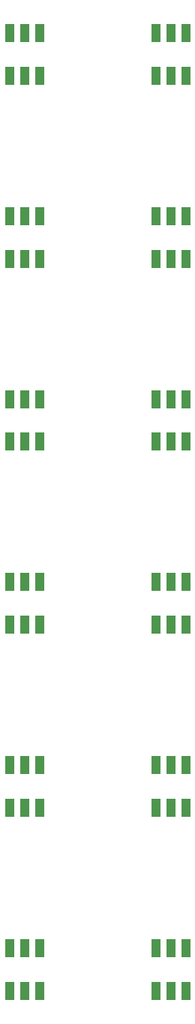
<source format=gbr>
%TF.GenerationSoftware,KiCad,Pcbnew,(6.0.0-0)*%
%TF.CreationDate,2022-02-03T16:21:42-05:00*%
%TF.ProjectId,Coin_Slots,436f696e-5f53-46c6-9f74-732e6b696361,rev?*%
%TF.SameCoordinates,Original*%
%TF.FileFunction,Paste,Top*%
%TF.FilePolarity,Positive*%
%FSLAX46Y46*%
G04 Gerber Fmt 4.6, Leading zero omitted, Abs format (unit mm)*
G04 Created by KiCad (PCBNEW (6.0.0-0)) date 2022-02-03 16:21:42*
%MOMM*%
%LPD*%
G01*
G04 APERTURE LIST*
%ADD10R,1.100000X2.000000*%
G04 APERTURE END LIST*
D10*
%TO.C,D5*%
X115902000Y-124303000D03*
X117602000Y-124303000D03*
X119302000Y-124303000D03*
X119302000Y-119503000D03*
X117602000Y-119503000D03*
X115902000Y-119503000D03*
%TD*%
%TO.C,D9*%
X115902000Y-83027000D03*
X117602000Y-83027000D03*
X119302000Y-83027000D03*
X119302000Y-78227000D03*
X117602000Y-78227000D03*
X115902000Y-78227000D03*
%TD*%
%TO.C,D11*%
X115902000Y-62389000D03*
X117602000Y-62389000D03*
X119302000Y-62389000D03*
X119302000Y-57589000D03*
X117602000Y-57589000D03*
X115902000Y-57589000D03*
%TD*%
%TO.C,D4*%
X132412000Y-144941000D03*
X134112000Y-144941000D03*
X135812000Y-144941000D03*
X135812000Y-140141000D03*
X134112000Y-140141000D03*
X132412000Y-140141000D03*
%TD*%
%TO.C,D10*%
X132412000Y-83027000D03*
X134112000Y-83027000D03*
X135812000Y-83027000D03*
X135812000Y-78227000D03*
X134112000Y-78227000D03*
X132412000Y-78227000D03*
%TD*%
%TO.C,D7*%
X115902000Y-103665000D03*
X117602000Y-103665000D03*
X119302000Y-103665000D03*
X119302000Y-98865000D03*
X117602000Y-98865000D03*
X115902000Y-98865000D03*
%TD*%
%TO.C,D2*%
X132412000Y-165579000D03*
X134112000Y-165579000D03*
X135812000Y-165579000D03*
X135812000Y-160779000D03*
X134112000Y-160779000D03*
X132412000Y-160779000D03*
%TD*%
%TO.C,D3*%
X115902000Y-144941000D03*
X117602000Y-144941000D03*
X119302000Y-144941000D03*
X119302000Y-140141000D03*
X117602000Y-140141000D03*
X115902000Y-140141000D03*
%TD*%
%TO.C,D12*%
X132412000Y-62389000D03*
X134112000Y-62389000D03*
X135812000Y-62389000D03*
X135812000Y-57589000D03*
X134112000Y-57589000D03*
X132412000Y-57589000D03*
%TD*%
%TO.C,D1*%
X115902000Y-165579000D03*
X117602000Y-165579000D03*
X119302000Y-165579000D03*
X119302000Y-160779000D03*
X117602000Y-160779000D03*
X115902000Y-160779000D03*
%TD*%
%TO.C,D8*%
X132412000Y-103665000D03*
X134112000Y-103665000D03*
X135812000Y-103665000D03*
X135812000Y-98865000D03*
X134112000Y-98865000D03*
X132412000Y-98865000D03*
%TD*%
%TO.C,D6*%
X132412000Y-124303000D03*
X134112000Y-124303000D03*
X135812000Y-124303000D03*
X135812000Y-119503000D03*
X134112000Y-119503000D03*
X132412000Y-119503000D03*
%TD*%
M02*

</source>
